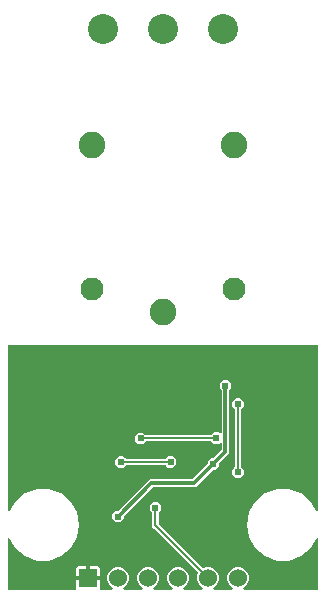
<source format=gbr>
G04 EAGLE Gerber RS-274X export*
G75*
%MOMM*%
%FSLAX34Y34*%
%LPD*%
%AMOC8*
5,1,8,0,0,1.08239X$1,22.5*%
G01*
%ADD10C,2.540000*%
%ADD11R,1.524000X1.524000*%
%ADD12C,1.524000*%
%ADD13C,2.250000*%
%ADD14C,1.950000*%
%ADD15C,0.609600*%
%ADD16C,0.203200*%
%ADD17C,0.304800*%

G36*
X62359Y5221D02*
X62359Y5221D01*
X62445Y5224D01*
X62490Y5240D01*
X62537Y5248D01*
X62614Y5285D01*
X62695Y5314D01*
X62733Y5342D01*
X62776Y5363D01*
X62839Y5422D01*
X62907Y5473D01*
X62936Y5512D01*
X62971Y5545D01*
X63013Y5619D01*
X63063Y5688D01*
X63079Y5734D01*
X63103Y5775D01*
X63121Y5859D01*
X63149Y5940D01*
X63147Y5976D01*
X63160Y6035D01*
X63139Y6300D01*
X63133Y6315D01*
X63132Y6326D01*
X62939Y7045D01*
X62939Y13223D01*
X72211Y13223D01*
X72312Y13238D01*
X72415Y13246D01*
X72443Y13258D01*
X72474Y13263D01*
X72566Y13307D01*
X72661Y13345D01*
X72685Y13365D01*
X72713Y13378D01*
X72788Y13448D01*
X72868Y13513D01*
X72885Y13539D01*
X72907Y13560D01*
X72958Y13649D01*
X73015Y13734D01*
X73020Y13758D01*
X73039Y13790D01*
X73097Y14050D01*
X73094Y14088D01*
X73099Y14111D01*
X73099Y15001D01*
X73101Y15001D01*
X73101Y14111D01*
X73116Y14009D01*
X73125Y13907D01*
X73136Y13879D01*
X73141Y13848D01*
X73185Y13756D01*
X73224Y13660D01*
X73243Y13637D01*
X73256Y13609D01*
X73326Y13534D01*
X73391Y13454D01*
X73417Y13437D01*
X73438Y13415D01*
X73527Y13364D01*
X73612Y13307D01*
X73636Y13301D01*
X73669Y13283D01*
X73928Y13225D01*
X73966Y13228D01*
X73989Y13223D01*
X83261Y13223D01*
X83261Y7045D01*
X83068Y6326D01*
X83058Y6241D01*
X83040Y6157D01*
X83044Y6109D01*
X83038Y6062D01*
X83054Y5977D01*
X83061Y5892D01*
X83079Y5848D01*
X83088Y5801D01*
X83128Y5725D01*
X83160Y5645D01*
X83191Y5608D01*
X83213Y5566D01*
X83274Y5506D01*
X83328Y5439D01*
X83368Y5412D01*
X83402Y5379D01*
X83478Y5339D01*
X83549Y5292D01*
X83584Y5284D01*
X83637Y5256D01*
X83899Y5208D01*
X83915Y5210D01*
X83926Y5208D01*
X93115Y5208D01*
X93207Y5222D01*
X93299Y5227D01*
X93337Y5241D01*
X93378Y5248D01*
X93461Y5288D01*
X93548Y5320D01*
X93580Y5345D01*
X93617Y5363D01*
X93685Y5426D01*
X93758Y5483D01*
X93781Y5516D01*
X93812Y5545D01*
X93857Y5625D01*
X93910Y5700D01*
X93923Y5740D01*
X93943Y5775D01*
X93964Y5866D01*
X93992Y5954D01*
X93992Y5995D01*
X94001Y6035D01*
X93994Y6127D01*
X93995Y6219D01*
X93983Y6259D01*
X93980Y6300D01*
X93945Y6386D01*
X93919Y6474D01*
X93896Y6508D01*
X93881Y6547D01*
X93822Y6618D01*
X93771Y6695D01*
X93746Y6713D01*
X93713Y6753D01*
X93492Y6900D01*
X93472Y6905D01*
X93455Y6917D01*
X93176Y7032D01*
X90532Y9676D01*
X89101Y13130D01*
X89101Y16870D01*
X90532Y20324D01*
X93176Y22968D01*
X96630Y24399D01*
X100370Y24399D01*
X103824Y22968D01*
X106468Y20324D01*
X107899Y16870D01*
X107899Y13130D01*
X106468Y9676D01*
X103824Y7032D01*
X103545Y6917D01*
X103466Y6869D01*
X103383Y6829D01*
X103353Y6801D01*
X103317Y6779D01*
X103256Y6710D01*
X103188Y6647D01*
X103168Y6612D01*
X103141Y6581D01*
X103102Y6497D01*
X103057Y6417D01*
X103048Y6376D01*
X103031Y6339D01*
X103019Y6247D01*
X102999Y6157D01*
X103002Y6116D01*
X102997Y6075D01*
X103013Y5984D01*
X103020Y5892D01*
X103036Y5854D01*
X103043Y5813D01*
X103085Y5731D01*
X103119Y5645D01*
X103145Y5613D01*
X103164Y5577D01*
X103229Y5511D01*
X103287Y5439D01*
X103321Y5416D01*
X103350Y5387D01*
X103431Y5343D01*
X103508Y5292D01*
X103539Y5285D01*
X103584Y5260D01*
X103845Y5209D01*
X103865Y5212D01*
X103885Y5208D01*
X118515Y5208D01*
X118607Y5222D01*
X118699Y5227D01*
X118737Y5241D01*
X118778Y5248D01*
X118861Y5288D01*
X118948Y5320D01*
X118980Y5345D01*
X119017Y5363D01*
X119085Y5426D01*
X119158Y5483D01*
X119181Y5516D01*
X119212Y5545D01*
X119257Y5625D01*
X119310Y5700D01*
X119323Y5740D01*
X119343Y5775D01*
X119364Y5866D01*
X119392Y5954D01*
X119392Y5995D01*
X119401Y6035D01*
X119394Y6127D01*
X119395Y6219D01*
X119383Y6259D01*
X119380Y6300D01*
X119345Y6386D01*
X119319Y6474D01*
X119296Y6508D01*
X119281Y6547D01*
X119222Y6618D01*
X119171Y6695D01*
X119146Y6713D01*
X119113Y6753D01*
X118892Y6900D01*
X118872Y6905D01*
X118855Y6917D01*
X118576Y7032D01*
X115932Y9676D01*
X114501Y13130D01*
X114501Y16870D01*
X115932Y20324D01*
X118576Y22968D01*
X122030Y24399D01*
X125770Y24399D01*
X129224Y22968D01*
X131868Y20324D01*
X133299Y16870D01*
X133299Y13130D01*
X131868Y9676D01*
X129224Y7032D01*
X128945Y6917D01*
X128866Y6869D01*
X128783Y6829D01*
X128753Y6801D01*
X128717Y6779D01*
X128656Y6710D01*
X128588Y6647D01*
X128568Y6612D01*
X128541Y6581D01*
X128502Y6497D01*
X128457Y6417D01*
X128448Y6376D01*
X128431Y6339D01*
X128419Y6247D01*
X128399Y6157D01*
X128402Y6116D01*
X128397Y6075D01*
X128413Y5984D01*
X128420Y5892D01*
X128436Y5854D01*
X128443Y5813D01*
X128485Y5731D01*
X128519Y5645D01*
X128545Y5613D01*
X128564Y5577D01*
X128629Y5511D01*
X128687Y5439D01*
X128721Y5416D01*
X128750Y5387D01*
X128831Y5343D01*
X128908Y5292D01*
X128939Y5285D01*
X128984Y5260D01*
X129245Y5209D01*
X129265Y5212D01*
X129285Y5208D01*
X143915Y5208D01*
X144007Y5222D01*
X144099Y5227D01*
X144137Y5241D01*
X144178Y5248D01*
X144261Y5288D01*
X144348Y5320D01*
X144380Y5345D01*
X144417Y5363D01*
X144485Y5426D01*
X144558Y5483D01*
X144581Y5516D01*
X144612Y5545D01*
X144657Y5625D01*
X144710Y5700D01*
X144723Y5740D01*
X144743Y5775D01*
X144764Y5866D01*
X144792Y5954D01*
X144792Y5995D01*
X144801Y6035D01*
X144794Y6127D01*
X144795Y6219D01*
X144783Y6259D01*
X144780Y6300D01*
X144745Y6386D01*
X144719Y6474D01*
X144696Y6508D01*
X144681Y6547D01*
X144622Y6618D01*
X144571Y6695D01*
X144546Y6713D01*
X144513Y6753D01*
X144292Y6900D01*
X144272Y6905D01*
X144255Y6917D01*
X143976Y7032D01*
X141332Y9676D01*
X139901Y13130D01*
X139901Y16870D01*
X141332Y20324D01*
X143976Y22968D01*
X147430Y24399D01*
X151170Y24399D01*
X154624Y22968D01*
X157268Y20324D01*
X158699Y16870D01*
X158699Y13130D01*
X157268Y9676D01*
X154624Y7032D01*
X154345Y6917D01*
X154266Y6869D01*
X154183Y6829D01*
X154153Y6801D01*
X154117Y6779D01*
X154056Y6710D01*
X153988Y6647D01*
X153968Y6612D01*
X153941Y6581D01*
X153902Y6497D01*
X153857Y6417D01*
X153848Y6376D01*
X153831Y6339D01*
X153819Y6247D01*
X153799Y6157D01*
X153802Y6116D01*
X153797Y6075D01*
X153813Y5984D01*
X153820Y5892D01*
X153836Y5854D01*
X153843Y5813D01*
X153885Y5731D01*
X153919Y5645D01*
X153945Y5613D01*
X153964Y5577D01*
X154029Y5511D01*
X154087Y5439D01*
X154121Y5416D01*
X154150Y5387D01*
X154231Y5343D01*
X154308Y5292D01*
X154339Y5285D01*
X154384Y5260D01*
X154645Y5209D01*
X154665Y5212D01*
X154685Y5208D01*
X169315Y5208D01*
X169407Y5222D01*
X169499Y5227D01*
X169537Y5241D01*
X169578Y5248D01*
X169661Y5288D01*
X169748Y5320D01*
X169780Y5345D01*
X169817Y5363D01*
X169885Y5426D01*
X169958Y5483D01*
X169981Y5516D01*
X170012Y5545D01*
X170057Y5625D01*
X170110Y5700D01*
X170123Y5740D01*
X170143Y5775D01*
X170164Y5866D01*
X170192Y5954D01*
X170192Y5995D01*
X170201Y6035D01*
X170194Y6127D01*
X170195Y6219D01*
X170183Y6259D01*
X170180Y6300D01*
X170145Y6386D01*
X170119Y6474D01*
X170096Y6508D01*
X170081Y6547D01*
X170022Y6618D01*
X169971Y6695D01*
X169946Y6713D01*
X169913Y6753D01*
X169692Y6900D01*
X169672Y6905D01*
X169655Y6917D01*
X169376Y7032D01*
X166732Y9676D01*
X165301Y13130D01*
X165301Y16870D01*
X166122Y18850D01*
X166137Y18911D01*
X166161Y18968D01*
X166168Y19039D01*
X166186Y19108D01*
X166182Y19170D01*
X166188Y19232D01*
X166174Y19302D01*
X166170Y19374D01*
X166149Y19432D01*
X166136Y19493D01*
X166111Y19533D01*
X166077Y19623D01*
X165946Y19792D01*
X165929Y19818D01*
X129151Y56597D01*
X127253Y58494D01*
X127253Y70023D01*
X127250Y70043D01*
X127252Y70064D01*
X127230Y70175D01*
X127213Y70286D01*
X127204Y70304D01*
X127200Y70325D01*
X127176Y70364D01*
X127098Y70525D01*
X127021Y70607D01*
X126993Y70651D01*
X125221Y72423D01*
X125221Y76421D01*
X128049Y79249D01*
X132047Y79249D01*
X134875Y76421D01*
X134875Y72423D01*
X133103Y70651D01*
X133090Y70634D01*
X133074Y70621D01*
X133012Y70527D01*
X132945Y70437D01*
X132938Y70417D01*
X132927Y70400D01*
X132917Y70355D01*
X132858Y70186D01*
X132854Y70073D01*
X132843Y70023D01*
X132843Y61178D01*
X132846Y61157D01*
X132844Y61136D01*
X132866Y61026D01*
X132883Y60915D01*
X132892Y60896D01*
X132896Y60875D01*
X132920Y60837D01*
X132963Y60749D01*
X132976Y60717D01*
X132982Y60709D01*
X132998Y60675D01*
X133075Y60593D01*
X133103Y60549D01*
X169882Y23771D01*
X169931Y23734D01*
X169975Y23690D01*
X170038Y23656D01*
X170096Y23613D01*
X170154Y23593D01*
X170209Y23563D01*
X170279Y23549D01*
X170347Y23526D01*
X170408Y23524D01*
X170469Y23512D01*
X170517Y23520D01*
X170612Y23517D01*
X170819Y23573D01*
X170850Y23578D01*
X172830Y24399D01*
X176570Y24399D01*
X180024Y22968D01*
X182668Y20324D01*
X184099Y16870D01*
X184099Y13130D01*
X182668Y9676D01*
X180024Y7032D01*
X179745Y6917D01*
X179666Y6869D01*
X179583Y6829D01*
X179553Y6801D01*
X179517Y6779D01*
X179456Y6710D01*
X179388Y6647D01*
X179368Y6612D01*
X179341Y6581D01*
X179302Y6497D01*
X179257Y6417D01*
X179248Y6376D01*
X179231Y6339D01*
X179219Y6247D01*
X179199Y6157D01*
X179202Y6116D01*
X179197Y6075D01*
X179213Y5984D01*
X179220Y5892D01*
X179236Y5854D01*
X179243Y5813D01*
X179285Y5731D01*
X179319Y5645D01*
X179345Y5613D01*
X179364Y5577D01*
X179429Y5511D01*
X179487Y5439D01*
X179521Y5416D01*
X179550Y5387D01*
X179631Y5343D01*
X179708Y5292D01*
X179739Y5285D01*
X179784Y5260D01*
X180045Y5209D01*
X180065Y5212D01*
X180085Y5208D01*
X194715Y5208D01*
X194807Y5222D01*
X194899Y5227D01*
X194937Y5241D01*
X194978Y5248D01*
X195061Y5288D01*
X195148Y5320D01*
X195180Y5345D01*
X195217Y5363D01*
X195285Y5426D01*
X195358Y5483D01*
X195381Y5516D01*
X195412Y5545D01*
X195457Y5625D01*
X195510Y5700D01*
X195523Y5740D01*
X195543Y5775D01*
X195564Y5866D01*
X195592Y5954D01*
X195592Y5995D01*
X195601Y6035D01*
X195594Y6127D01*
X195595Y6219D01*
X195583Y6259D01*
X195580Y6300D01*
X195545Y6386D01*
X195519Y6474D01*
X195496Y6508D01*
X195481Y6547D01*
X195422Y6618D01*
X195371Y6695D01*
X195346Y6713D01*
X195313Y6753D01*
X195092Y6900D01*
X195072Y6905D01*
X195055Y6917D01*
X194776Y7032D01*
X192132Y9676D01*
X190701Y13130D01*
X190701Y16870D01*
X192132Y20324D01*
X194776Y22968D01*
X198230Y24399D01*
X201970Y24399D01*
X205424Y22968D01*
X208068Y20324D01*
X209499Y16870D01*
X209499Y13130D01*
X208068Y9676D01*
X205424Y7032D01*
X205145Y6917D01*
X205066Y6869D01*
X204983Y6829D01*
X204953Y6801D01*
X204917Y6779D01*
X204856Y6710D01*
X204788Y6647D01*
X204768Y6612D01*
X204741Y6581D01*
X204702Y6497D01*
X204657Y6417D01*
X204648Y6376D01*
X204631Y6339D01*
X204619Y6247D01*
X204599Y6157D01*
X204602Y6116D01*
X204597Y6075D01*
X204613Y5984D01*
X204620Y5892D01*
X204636Y5854D01*
X204643Y5813D01*
X204685Y5731D01*
X204719Y5645D01*
X204745Y5613D01*
X204764Y5577D01*
X204829Y5511D01*
X204887Y5439D01*
X204921Y5416D01*
X204950Y5387D01*
X205031Y5343D01*
X205108Y5292D01*
X205139Y5285D01*
X205184Y5260D01*
X205445Y5209D01*
X205465Y5212D01*
X205485Y5208D01*
X267104Y5208D01*
X267206Y5223D01*
X267308Y5231D01*
X267336Y5243D01*
X267367Y5248D01*
X267459Y5292D01*
X267555Y5330D01*
X267578Y5350D01*
X267606Y5363D01*
X267681Y5433D01*
X267761Y5498D01*
X267778Y5524D01*
X267800Y5545D01*
X267851Y5634D01*
X267908Y5719D01*
X267914Y5743D01*
X267932Y5775D01*
X267990Y6035D01*
X267987Y6073D01*
X267992Y6096D01*
X267992Y47723D01*
X267987Y47757D01*
X267990Y47791D01*
X267967Y47888D01*
X267952Y47986D01*
X267937Y48017D01*
X267930Y48050D01*
X267880Y48136D01*
X267837Y48225D01*
X267813Y48250D01*
X267796Y48280D01*
X267723Y48347D01*
X267655Y48419D01*
X267625Y48437D01*
X267600Y48460D01*
X267510Y48502D01*
X267425Y48551D01*
X267391Y48559D01*
X267360Y48574D01*
X267262Y48588D01*
X267165Y48609D01*
X267131Y48606D01*
X267097Y48611D01*
X266999Y48596D01*
X266900Y48588D01*
X266868Y48575D01*
X266834Y48569D01*
X266745Y48525D01*
X266653Y48489D01*
X266627Y48467D01*
X266596Y48451D01*
X266560Y48413D01*
X266447Y48321D01*
X266371Y48206D01*
X266335Y48167D01*
X261755Y40235D01*
X253575Y33371D01*
X243539Y29718D01*
X232861Y29718D01*
X222825Y33371D01*
X214645Y40235D01*
X209305Y49483D01*
X207451Y60000D01*
X209305Y70517D01*
X214645Y79765D01*
X222825Y86629D01*
X232861Y90282D01*
X243539Y90282D01*
X253575Y86629D01*
X261755Y79765D01*
X266335Y71833D01*
X266356Y71806D01*
X266371Y71775D01*
X266439Y71702D01*
X266501Y71625D01*
X266529Y71606D01*
X266553Y71581D01*
X266639Y71531D01*
X266721Y71476D01*
X266754Y71466D01*
X266783Y71449D01*
X266880Y71427D01*
X266975Y71398D01*
X267009Y71398D01*
X267043Y71391D01*
X267142Y71399D01*
X267241Y71399D01*
X267274Y71410D01*
X267308Y71412D01*
X267400Y71449D01*
X267494Y71479D01*
X267522Y71499D01*
X267555Y71511D01*
X267631Y71574D01*
X267713Y71630D01*
X267734Y71657D01*
X267761Y71679D01*
X267816Y71762D01*
X267877Y71839D01*
X267889Y71871D01*
X267908Y71900D01*
X267920Y71952D01*
X267972Y72088D01*
X267981Y72225D01*
X267992Y72277D01*
X267992Y211836D01*
X267977Y211938D01*
X267969Y212040D01*
X267957Y212068D01*
X267952Y212099D01*
X267908Y212191D01*
X267870Y212287D01*
X267850Y212310D01*
X267837Y212338D01*
X267767Y212413D01*
X267702Y212493D01*
X267676Y212510D01*
X267655Y212532D01*
X267566Y212583D01*
X267481Y212640D01*
X267457Y212646D01*
X267425Y212664D01*
X267165Y212722D01*
X267127Y212719D01*
X267104Y212724D01*
X6096Y212724D01*
X5994Y212709D01*
X5892Y212701D01*
X5864Y212689D01*
X5833Y212684D01*
X5741Y212640D01*
X5645Y212602D01*
X5622Y212582D01*
X5594Y212569D01*
X5519Y212499D01*
X5439Y212434D01*
X5422Y212408D01*
X5400Y212387D01*
X5349Y212298D01*
X5292Y212213D01*
X5286Y212189D01*
X5268Y212157D01*
X5210Y211897D01*
X5213Y211859D01*
X5208Y211836D01*
X5208Y72277D01*
X5213Y72243D01*
X5210Y72209D01*
X5233Y72112D01*
X5248Y72014D01*
X5263Y71983D01*
X5270Y71950D01*
X5320Y71864D01*
X5363Y71775D01*
X5387Y71750D01*
X5404Y71720D01*
X5477Y71653D01*
X5545Y71581D01*
X5575Y71563D01*
X5600Y71540D01*
X5690Y71498D01*
X5775Y71449D01*
X5809Y71441D01*
X5840Y71426D01*
X5938Y71412D01*
X6035Y71391D01*
X6069Y71394D01*
X6103Y71389D01*
X6201Y71404D01*
X6300Y71412D01*
X6332Y71425D01*
X6366Y71431D01*
X6455Y71475D01*
X6547Y71511D01*
X6573Y71533D01*
X6604Y71549D01*
X6640Y71587D01*
X6753Y71679D01*
X6829Y71794D01*
X6865Y71833D01*
X11445Y79765D01*
X19625Y86629D01*
X29661Y90282D01*
X40339Y90282D01*
X50375Y86629D01*
X58555Y79765D01*
X63895Y70517D01*
X65749Y60000D01*
X63895Y49483D01*
X58555Y40235D01*
X50375Y33371D01*
X40339Y29718D01*
X29661Y29718D01*
X19625Y33371D01*
X11445Y40235D01*
X6865Y48167D01*
X6844Y48194D01*
X6829Y48225D01*
X6761Y48298D01*
X6699Y48375D01*
X6671Y48394D01*
X6647Y48419D01*
X6561Y48469D01*
X6479Y48524D01*
X6446Y48534D01*
X6417Y48551D01*
X6320Y48573D01*
X6225Y48602D01*
X6191Y48602D01*
X6157Y48609D01*
X6058Y48601D01*
X5959Y48601D01*
X5926Y48590D01*
X5892Y48588D01*
X5800Y48551D01*
X5706Y48521D01*
X5678Y48501D01*
X5645Y48489D01*
X5569Y48426D01*
X5487Y48370D01*
X5466Y48343D01*
X5439Y48321D01*
X5384Y48238D01*
X5323Y48161D01*
X5311Y48129D01*
X5292Y48100D01*
X5280Y48048D01*
X5228Y47912D01*
X5219Y47775D01*
X5208Y47723D01*
X5208Y6096D01*
X5223Y5994D01*
X5231Y5892D01*
X5243Y5864D01*
X5248Y5833D01*
X5292Y5741D01*
X5330Y5645D01*
X5350Y5622D01*
X5363Y5594D01*
X5433Y5519D01*
X5498Y5439D01*
X5524Y5422D01*
X5545Y5400D01*
X5634Y5349D01*
X5719Y5292D01*
X5743Y5286D01*
X5775Y5268D01*
X6035Y5210D01*
X6073Y5213D01*
X6096Y5208D01*
X62274Y5208D01*
X62359Y5221D01*
G37*
%LPC*%
G36*
X96501Y62027D02*
X96501Y62027D01*
X93673Y64855D01*
X93673Y68853D01*
X96501Y71681D01*
X98288Y71681D01*
X98309Y71684D01*
X98330Y71682D01*
X98440Y71704D01*
X98551Y71721D01*
X98570Y71730D01*
X98590Y71734D01*
X98629Y71758D01*
X98790Y71836D01*
X98873Y71913D01*
X98916Y71941D01*
X125528Y98553D01*
X161078Y98553D01*
X161099Y98556D01*
X161120Y98554D01*
X161230Y98576D01*
X161341Y98593D01*
X161360Y98602D01*
X161380Y98606D01*
X161419Y98630D01*
X161580Y98708D01*
X161663Y98785D01*
X161706Y98813D01*
X174095Y111202D01*
X174108Y111219D01*
X174124Y111232D01*
X174186Y111326D01*
X174253Y111416D01*
X174260Y111436D01*
X174271Y111453D01*
X174281Y111498D01*
X174340Y111667D01*
X174344Y111780D01*
X174355Y111830D01*
X174355Y113617D01*
X177183Y116445D01*
X178970Y116445D01*
X178991Y116448D01*
X179012Y116446D01*
X179122Y116468D01*
X179233Y116485D01*
X179252Y116494D01*
X179272Y116498D01*
X179311Y116522D01*
X179472Y116600D01*
X179555Y116677D01*
X179598Y116705D01*
X185921Y123028D01*
X185934Y123045D01*
X185950Y123058D01*
X186012Y123152D01*
X186079Y123242D01*
X186086Y123262D01*
X186097Y123279D01*
X186107Y123324D01*
X186166Y123493D01*
X186170Y123606D01*
X186181Y123656D01*
X186181Y128817D01*
X186174Y128868D01*
X186175Y128920D01*
X186154Y128999D01*
X186141Y129080D01*
X186119Y129126D01*
X186105Y129176D01*
X186061Y129245D01*
X186026Y129319D01*
X185991Y129357D01*
X185963Y129400D01*
X185900Y129453D01*
X185844Y129513D01*
X185800Y129539D01*
X185760Y129572D01*
X185685Y129605D01*
X185614Y129645D01*
X185563Y129657D01*
X185516Y129677D01*
X185434Y129685D01*
X185354Y129703D01*
X185303Y129699D01*
X185251Y129704D01*
X185171Y129688D01*
X185089Y129681D01*
X185041Y129662D01*
X184991Y129652D01*
X184947Y129624D01*
X184842Y129582D01*
X184703Y129469D01*
X184665Y129445D01*
X183803Y128583D01*
X179805Y128583D01*
X178033Y130355D01*
X178016Y130368D01*
X178003Y130384D01*
X177909Y130446D01*
X177819Y130513D01*
X177799Y130520D01*
X177782Y130531D01*
X177737Y130541D01*
X177568Y130600D01*
X177455Y130604D01*
X177405Y130615D01*
X122061Y130615D01*
X122041Y130612D01*
X122020Y130614D01*
X121909Y130592D01*
X121798Y130576D01*
X121780Y130566D01*
X121759Y130562D01*
X121720Y130538D01*
X121559Y130460D01*
X121477Y130383D01*
X121433Y130355D01*
X119601Y128523D01*
X115603Y128523D01*
X112775Y131351D01*
X112775Y135349D01*
X115603Y138177D01*
X119601Y138177D01*
X121313Y136465D01*
X121330Y136453D01*
X121343Y136436D01*
X121437Y136374D01*
X121527Y136307D01*
X121547Y136300D01*
X121564Y136289D01*
X121609Y136279D01*
X121778Y136220D01*
X121891Y136216D01*
X121941Y136205D01*
X177405Y136205D01*
X177425Y136208D01*
X177446Y136206D01*
X177557Y136228D01*
X177668Y136245D01*
X177686Y136254D01*
X177707Y136258D01*
X177746Y136282D01*
X177907Y136360D01*
X177989Y136437D01*
X178033Y136465D01*
X179805Y138237D01*
X183803Y138237D01*
X184665Y137375D01*
X184706Y137344D01*
X184742Y137307D01*
X184813Y137266D01*
X184879Y137217D01*
X184928Y137200D01*
X184972Y137175D01*
X185052Y137157D01*
X185130Y137130D01*
X185182Y137128D01*
X185232Y137117D01*
X185314Y137124D01*
X185396Y137121D01*
X185445Y137134D01*
X185497Y137139D01*
X185573Y137169D01*
X185652Y137191D01*
X185696Y137218D01*
X185744Y137238D01*
X185807Y137289D01*
X185876Y137333D01*
X185910Y137373D01*
X185950Y137405D01*
X185995Y137474D01*
X186048Y137536D01*
X186069Y137583D01*
X186097Y137626D01*
X186109Y137677D01*
X186153Y137780D01*
X186171Y137959D01*
X186181Y138003D01*
X186181Y173909D01*
X186178Y173929D01*
X186180Y173950D01*
X186158Y174061D01*
X186141Y174172D01*
X186132Y174190D01*
X186128Y174211D01*
X186104Y174250D01*
X186026Y174411D01*
X185949Y174493D01*
X185921Y174537D01*
X184657Y175801D01*
X184657Y179799D01*
X187485Y182627D01*
X191483Y182627D01*
X194311Y179799D01*
X194311Y175801D01*
X193047Y174537D01*
X193034Y174520D01*
X193018Y174507D01*
X192956Y174413D01*
X192889Y174323D01*
X192882Y174303D01*
X192871Y174286D01*
X192861Y174241D01*
X192802Y174072D01*
X192798Y173959D01*
X192787Y173909D01*
X192787Y120552D01*
X184269Y112034D01*
X184256Y112017D01*
X184240Y112004D01*
X184178Y111910D01*
X184111Y111820D01*
X184104Y111800D01*
X184093Y111783D01*
X184083Y111738D01*
X184024Y111569D01*
X184020Y111456D01*
X184009Y111406D01*
X184009Y109619D01*
X181181Y106791D01*
X179394Y106791D01*
X179373Y106788D01*
X179352Y106790D01*
X179242Y106768D01*
X179131Y106751D01*
X179112Y106742D01*
X179092Y106738D01*
X179053Y106714D01*
X178892Y106636D01*
X178809Y106559D01*
X178766Y106531D01*
X164182Y91947D01*
X128632Y91947D01*
X128611Y91944D01*
X128590Y91946D01*
X128480Y91924D01*
X128369Y91907D01*
X128350Y91898D01*
X128330Y91894D01*
X128291Y91870D01*
X128130Y91792D01*
X128047Y91715D01*
X128004Y91687D01*
X103587Y67270D01*
X103574Y67253D01*
X103558Y67240D01*
X103496Y67146D01*
X103429Y67056D01*
X103422Y67036D01*
X103411Y67019D01*
X103401Y66974D01*
X103342Y66805D01*
X103338Y66692D01*
X103327Y66642D01*
X103327Y64855D01*
X100499Y62027D01*
X96501Y62027D01*
G37*
%LPD*%
%LPC*%
G36*
X198101Y99873D02*
X198101Y99873D01*
X195273Y102701D01*
X195273Y106699D01*
X197045Y108471D01*
X197058Y108488D01*
X197074Y108501D01*
X197136Y108595D01*
X197203Y108685D01*
X197210Y108705D01*
X197221Y108722D01*
X197231Y108767D01*
X197290Y108936D01*
X197293Y109028D01*
X197303Y109072D01*
X197302Y109085D01*
X197305Y109099D01*
X197305Y157959D01*
X197302Y157979D01*
X197304Y158000D01*
X197282Y158111D01*
X197265Y158222D01*
X197256Y158240D01*
X197252Y158261D01*
X197228Y158300D01*
X197150Y158461D01*
X197073Y158543D01*
X197045Y158587D01*
X195325Y160307D01*
X195325Y164305D01*
X198153Y167133D01*
X202151Y167133D01*
X204979Y164305D01*
X204979Y160307D01*
X203155Y158483D01*
X203142Y158466D01*
X203126Y158453D01*
X203064Y158359D01*
X202997Y158269D01*
X202990Y158249D01*
X202979Y158232D01*
X202969Y158187D01*
X202910Y158018D01*
X202906Y157905D01*
X202895Y157855D01*
X202895Y109099D01*
X202898Y109079D01*
X202896Y109058D01*
X202916Y108954D01*
X202918Y108929D01*
X202922Y108921D01*
X202935Y108836D01*
X202944Y108818D01*
X202948Y108797D01*
X202972Y108758D01*
X203050Y108597D01*
X203127Y108515D01*
X203155Y108471D01*
X204927Y106699D01*
X204927Y102701D01*
X202099Y99873D01*
X198101Y99873D01*
G37*
%LPD*%
%LPC*%
G36*
X99093Y108457D02*
X99093Y108457D01*
X96265Y111285D01*
X96265Y115283D01*
X99093Y118111D01*
X103091Y118111D01*
X104863Y116339D01*
X104880Y116326D01*
X104893Y116310D01*
X104987Y116248D01*
X105077Y116181D01*
X105097Y116174D01*
X105114Y116163D01*
X105159Y116153D01*
X105328Y116094D01*
X105441Y116090D01*
X105491Y116079D01*
X138603Y116079D01*
X138623Y116082D01*
X138644Y116080D01*
X138755Y116102D01*
X138866Y116119D01*
X138884Y116128D01*
X138905Y116132D01*
X138944Y116156D01*
X139105Y116234D01*
X139187Y116311D01*
X139231Y116339D01*
X141003Y118111D01*
X145001Y118111D01*
X147829Y115283D01*
X147829Y111285D01*
X145001Y108457D01*
X141003Y108457D01*
X139231Y110229D01*
X139214Y110242D01*
X139201Y110258D01*
X139107Y110320D01*
X139017Y110387D01*
X138997Y110394D01*
X138980Y110405D01*
X138935Y110415D01*
X138766Y110474D01*
X138653Y110478D01*
X138603Y110489D01*
X105491Y110489D01*
X105471Y110486D01*
X105450Y110488D01*
X105339Y110466D01*
X105228Y110449D01*
X105210Y110440D01*
X105189Y110436D01*
X105150Y110412D01*
X104989Y110334D01*
X104907Y110257D01*
X104863Y110229D01*
X103091Y108457D01*
X99093Y108457D01*
G37*
%LPD*%
%LPC*%
G36*
X74877Y16777D02*
X74877Y16777D01*
X74877Y25161D01*
X81055Y25161D01*
X81701Y24988D01*
X82280Y24653D01*
X82753Y24180D01*
X83088Y23601D01*
X83261Y22955D01*
X83261Y16777D01*
X74877Y16777D01*
G37*
%LPD*%
%LPC*%
G36*
X62939Y16777D02*
X62939Y16777D01*
X62939Y22955D01*
X63112Y23601D01*
X63447Y24180D01*
X63920Y24653D01*
X64499Y24988D01*
X65145Y25161D01*
X71323Y25161D01*
X71323Y16777D01*
X62939Y16777D01*
G37*
%LPD*%
D10*
X85800Y480000D03*
X136600Y480000D03*
X187400Y480000D03*
D11*
X73100Y15000D03*
D12*
X98500Y15000D03*
X123900Y15000D03*
X149300Y15000D03*
X174700Y15000D03*
X200100Y15000D03*
D13*
X136600Y240000D03*
X76600Y382000D03*
X196600Y382000D03*
D14*
X76600Y260000D03*
X196600Y260000D03*
D15*
X111252Y9144D03*
X181804Y133410D03*
D16*
X117662Y133410D01*
X117602Y133350D01*
D15*
X117602Y133350D03*
X101092Y113284D03*
D16*
X143002Y113284D01*
D15*
X143002Y113284D03*
X179182Y111618D03*
X98500Y66854D03*
D17*
X126896Y95250D01*
X162814Y95250D02*
X179182Y111618D01*
X162814Y95250D02*
X126896Y95250D01*
D15*
X189484Y177800D03*
D17*
X189484Y121920D01*
X179182Y111618D01*
D15*
X200100Y104700D03*
D16*
X200100Y162254D01*
X200152Y162306D01*
D15*
X200152Y162306D03*
D16*
X130048Y59652D02*
X174700Y15000D01*
X130048Y59652D02*
X130048Y74422D01*
D15*
X130048Y74422D03*
M02*

</source>
